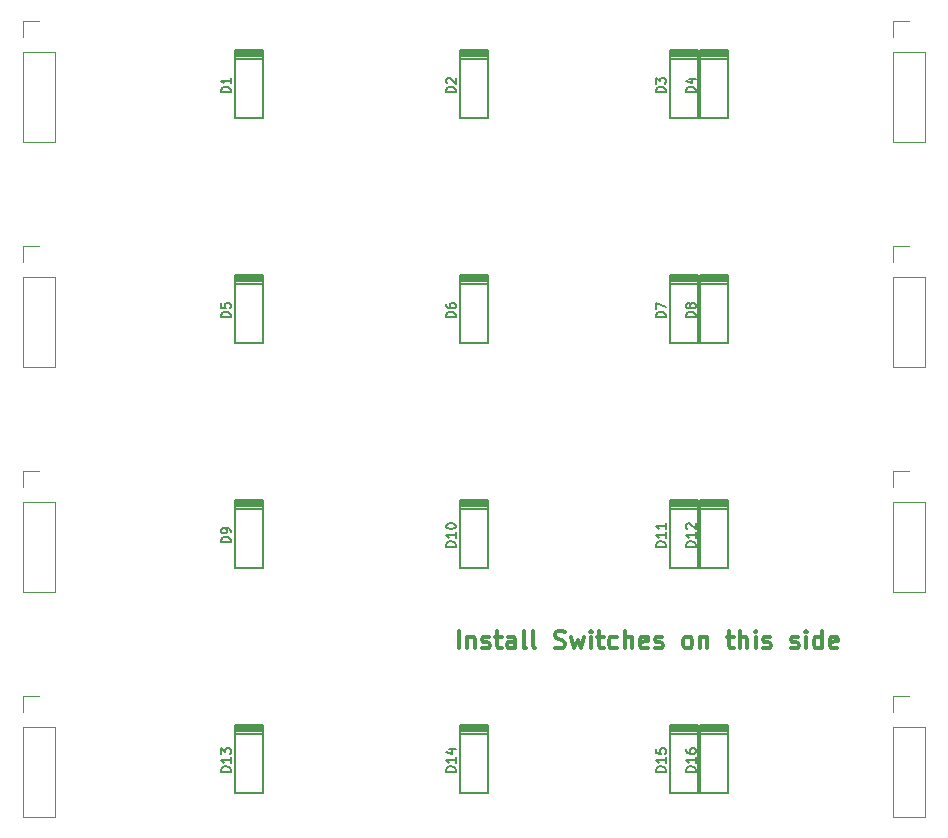
<source format=gbr>
G04 #@! TF.GenerationSoftware,KiCad,Pcbnew,(5.0.0)*
G04 #@! TF.CreationDate,2020-05-30T16:14:38-06:00*
G04 #@! TF.ProjectId,4x4_backpack,3478345F6261636B7061636B2E6B6963,rev?*
G04 #@! TF.SameCoordinates,Original*
G04 #@! TF.FileFunction,Legend,Top*
G04 #@! TF.FilePolarity,Positive*
%FSLAX46Y46*%
G04 Gerber Fmt 4.6, Leading zero omitted, Abs format (unit mm)*
G04 Created by KiCad (PCBNEW (5.0.0)) date 05/30/20 16:14:38*
%MOMM*%
%LPD*%
G01*
G04 APERTURE LIST*
%ADD10C,0.300000*%
%ADD11C,0.200000*%
%ADD12C,0.120000*%
%ADD13C,0.150000*%
G04 APERTURE END LIST*
D10*
X112996285Y-134028571D02*
X112996285Y-132528571D01*
X113710571Y-133028571D02*
X113710571Y-134028571D01*
X113710571Y-133171428D02*
X113782000Y-133100000D01*
X113924857Y-133028571D01*
X114139142Y-133028571D01*
X114282000Y-133100000D01*
X114353428Y-133242857D01*
X114353428Y-134028571D01*
X114996285Y-133957142D02*
X115139142Y-134028571D01*
X115424857Y-134028571D01*
X115567714Y-133957142D01*
X115639142Y-133814285D01*
X115639142Y-133742857D01*
X115567714Y-133600000D01*
X115424857Y-133528571D01*
X115210571Y-133528571D01*
X115067714Y-133457142D01*
X114996285Y-133314285D01*
X114996285Y-133242857D01*
X115067714Y-133100000D01*
X115210571Y-133028571D01*
X115424857Y-133028571D01*
X115567714Y-133100000D01*
X116067714Y-133028571D02*
X116639142Y-133028571D01*
X116282000Y-132528571D02*
X116282000Y-133814285D01*
X116353428Y-133957142D01*
X116496285Y-134028571D01*
X116639142Y-134028571D01*
X117782000Y-134028571D02*
X117782000Y-133242857D01*
X117710571Y-133100000D01*
X117567714Y-133028571D01*
X117282000Y-133028571D01*
X117139142Y-133100000D01*
X117782000Y-133957142D02*
X117639142Y-134028571D01*
X117282000Y-134028571D01*
X117139142Y-133957142D01*
X117067714Y-133814285D01*
X117067714Y-133671428D01*
X117139142Y-133528571D01*
X117282000Y-133457142D01*
X117639142Y-133457142D01*
X117782000Y-133385714D01*
X118710571Y-134028571D02*
X118567714Y-133957142D01*
X118496285Y-133814285D01*
X118496285Y-132528571D01*
X119496285Y-134028571D02*
X119353428Y-133957142D01*
X119282000Y-133814285D01*
X119282000Y-132528571D01*
X121139142Y-133957142D02*
X121353428Y-134028571D01*
X121710571Y-134028571D01*
X121853428Y-133957142D01*
X121924857Y-133885714D01*
X121996285Y-133742857D01*
X121996285Y-133600000D01*
X121924857Y-133457142D01*
X121853428Y-133385714D01*
X121710571Y-133314285D01*
X121424857Y-133242857D01*
X121282000Y-133171428D01*
X121210571Y-133100000D01*
X121139142Y-132957142D01*
X121139142Y-132814285D01*
X121210571Y-132671428D01*
X121282000Y-132600000D01*
X121424857Y-132528571D01*
X121782000Y-132528571D01*
X121996285Y-132600000D01*
X122496285Y-133028571D02*
X122782000Y-134028571D01*
X123067714Y-133314285D01*
X123353428Y-134028571D01*
X123639142Y-133028571D01*
X124210571Y-134028571D02*
X124210571Y-133028571D01*
X124210571Y-132528571D02*
X124139142Y-132600000D01*
X124210571Y-132671428D01*
X124282000Y-132600000D01*
X124210571Y-132528571D01*
X124210571Y-132671428D01*
X124710571Y-133028571D02*
X125282000Y-133028571D01*
X124924857Y-132528571D02*
X124924857Y-133814285D01*
X124996285Y-133957142D01*
X125139142Y-134028571D01*
X125282000Y-134028571D01*
X126424857Y-133957142D02*
X126281999Y-134028571D01*
X125996285Y-134028571D01*
X125853428Y-133957142D01*
X125781999Y-133885714D01*
X125710571Y-133742857D01*
X125710571Y-133314285D01*
X125781999Y-133171428D01*
X125853428Y-133100000D01*
X125996285Y-133028571D01*
X126281999Y-133028571D01*
X126424857Y-133100000D01*
X127067714Y-134028571D02*
X127067714Y-132528571D01*
X127710571Y-134028571D02*
X127710571Y-133242857D01*
X127639142Y-133100000D01*
X127496285Y-133028571D01*
X127281999Y-133028571D01*
X127139142Y-133100000D01*
X127067714Y-133171428D01*
X128996285Y-133957142D02*
X128853428Y-134028571D01*
X128567714Y-134028571D01*
X128424857Y-133957142D01*
X128353428Y-133814285D01*
X128353428Y-133242857D01*
X128424857Y-133100000D01*
X128567714Y-133028571D01*
X128853428Y-133028571D01*
X128996285Y-133100000D01*
X129067714Y-133242857D01*
X129067714Y-133385714D01*
X128353428Y-133528571D01*
X129639142Y-133957142D02*
X129781999Y-134028571D01*
X130067714Y-134028571D01*
X130210571Y-133957142D01*
X130281999Y-133814285D01*
X130281999Y-133742857D01*
X130210571Y-133600000D01*
X130067714Y-133528571D01*
X129853428Y-133528571D01*
X129710571Y-133457142D01*
X129639142Y-133314285D01*
X129639142Y-133242857D01*
X129710571Y-133100000D01*
X129853428Y-133028571D01*
X130067714Y-133028571D01*
X130210571Y-133100000D01*
X132281999Y-134028571D02*
X132139142Y-133957142D01*
X132067714Y-133885714D01*
X131996285Y-133742857D01*
X131996285Y-133314285D01*
X132067714Y-133171428D01*
X132139142Y-133100000D01*
X132281999Y-133028571D01*
X132496285Y-133028571D01*
X132639142Y-133100000D01*
X132710571Y-133171428D01*
X132781999Y-133314285D01*
X132781999Y-133742857D01*
X132710571Y-133885714D01*
X132639142Y-133957142D01*
X132496285Y-134028571D01*
X132281999Y-134028571D01*
X133424857Y-133028571D02*
X133424857Y-134028571D01*
X133424857Y-133171428D02*
X133496285Y-133100000D01*
X133639142Y-133028571D01*
X133853428Y-133028571D01*
X133996285Y-133100000D01*
X134067714Y-133242857D01*
X134067714Y-134028571D01*
X135710571Y-133028571D02*
X136282000Y-133028571D01*
X135924857Y-132528571D02*
X135924857Y-133814285D01*
X135996285Y-133957142D01*
X136139142Y-134028571D01*
X136282000Y-134028571D01*
X136782000Y-134028571D02*
X136782000Y-132528571D01*
X137424857Y-134028571D02*
X137424857Y-133242857D01*
X137353428Y-133100000D01*
X137210571Y-133028571D01*
X136996285Y-133028571D01*
X136853428Y-133100000D01*
X136782000Y-133171428D01*
X138139142Y-134028571D02*
X138139142Y-133028571D01*
X138139142Y-132528571D02*
X138067714Y-132600000D01*
X138139142Y-132671428D01*
X138210571Y-132600000D01*
X138139142Y-132528571D01*
X138139142Y-132671428D01*
X138782000Y-133957142D02*
X138924857Y-134028571D01*
X139210571Y-134028571D01*
X139353428Y-133957142D01*
X139424857Y-133814285D01*
X139424857Y-133742857D01*
X139353428Y-133600000D01*
X139210571Y-133528571D01*
X138996285Y-133528571D01*
X138853428Y-133457142D01*
X138782000Y-133314285D01*
X138782000Y-133242857D01*
X138853428Y-133100000D01*
X138996285Y-133028571D01*
X139210571Y-133028571D01*
X139353428Y-133100000D01*
X141139142Y-133957142D02*
X141282000Y-134028571D01*
X141567714Y-134028571D01*
X141710571Y-133957142D01*
X141782000Y-133814285D01*
X141782000Y-133742857D01*
X141710571Y-133600000D01*
X141567714Y-133528571D01*
X141353428Y-133528571D01*
X141210571Y-133457142D01*
X141139142Y-133314285D01*
X141139142Y-133242857D01*
X141210571Y-133100000D01*
X141353428Y-133028571D01*
X141567714Y-133028571D01*
X141710571Y-133100000D01*
X142424857Y-134028571D02*
X142424857Y-133028571D01*
X142424857Y-132528571D02*
X142353428Y-132600000D01*
X142424857Y-132671428D01*
X142496285Y-132600000D01*
X142424857Y-132528571D01*
X142424857Y-132671428D01*
X143782000Y-134028571D02*
X143782000Y-132528571D01*
X143782000Y-133957142D02*
X143639142Y-134028571D01*
X143353428Y-134028571D01*
X143210571Y-133957142D01*
X143139142Y-133885714D01*
X143067714Y-133742857D01*
X143067714Y-133314285D01*
X143139142Y-133171428D01*
X143210571Y-133100000D01*
X143353428Y-133028571D01*
X143639142Y-133028571D01*
X143782000Y-133100000D01*
X145067714Y-133957142D02*
X144924857Y-134028571D01*
X144639142Y-134028571D01*
X144496285Y-133957142D01*
X144424857Y-133814285D01*
X144424857Y-133242857D01*
X144496285Y-133100000D01*
X144639142Y-133028571D01*
X144924857Y-133028571D01*
X145067714Y-133100000D01*
X145139142Y-133242857D01*
X145139142Y-133385714D01*
X144424857Y-133528571D01*
D11*
G04 #@! TO.C,D16*
X133420000Y-146310000D02*
X133420000Y-140510000D01*
X135820000Y-146310000D02*
X133420000Y-146310000D01*
X135820000Y-140510000D02*
X135820000Y-146310000D01*
X135820000Y-140585000D02*
X133420000Y-140585000D01*
X135820000Y-140710000D02*
X133420000Y-140710000D01*
X133420000Y-140485000D02*
X135820000Y-140485000D01*
X135820000Y-140885000D02*
X133420000Y-140885000D01*
X135820000Y-141060000D02*
X133420000Y-141060000D01*
X135820000Y-141235000D02*
X133420000Y-141235000D01*
G04 #@! TO.C,D2*
X113100000Y-89160000D02*
X113100000Y-83360000D01*
X115500000Y-89160000D02*
X113100000Y-89160000D01*
X115500000Y-83360000D02*
X115500000Y-89160000D01*
X115500000Y-83435000D02*
X113100000Y-83435000D01*
X115500000Y-83560000D02*
X113100000Y-83560000D01*
X113100000Y-83335000D02*
X115500000Y-83335000D01*
X115500000Y-83735000D02*
X113100000Y-83735000D01*
X115500000Y-83910000D02*
X113100000Y-83910000D01*
X115500000Y-84085000D02*
X113100000Y-84085000D01*
D12*
G04 #@! TO.C,J1*
X76140000Y-91182500D02*
X78800000Y-91182500D01*
X76140000Y-83502500D02*
X76140000Y-91182500D01*
X78800000Y-83502500D02*
X78800000Y-91182500D01*
X76140000Y-83502500D02*
X78800000Y-83502500D01*
X76140000Y-82232500D02*
X76140000Y-80902500D01*
X76140000Y-80902500D02*
X77470000Y-80902500D01*
G04 #@! TO.C,J2*
X76140000Y-99952500D02*
X77470000Y-99952500D01*
X76140000Y-101282500D02*
X76140000Y-99952500D01*
X76140000Y-102552500D02*
X78800000Y-102552500D01*
X78800000Y-102552500D02*
X78800000Y-110232500D01*
X76140000Y-102552500D02*
X76140000Y-110232500D01*
X76140000Y-110232500D02*
X78800000Y-110232500D01*
G04 #@! TO.C,J3*
X76140000Y-129282500D02*
X78800000Y-129282500D01*
X76140000Y-121602500D02*
X76140000Y-129282500D01*
X78800000Y-121602500D02*
X78800000Y-129282500D01*
X76140000Y-121602500D02*
X78800000Y-121602500D01*
X76140000Y-120332500D02*
X76140000Y-119002500D01*
X76140000Y-119002500D02*
X77470000Y-119002500D01*
G04 #@! TO.C,J4*
X76140000Y-138052500D02*
X77470000Y-138052500D01*
X76140000Y-139382500D02*
X76140000Y-138052500D01*
X76140000Y-140652500D02*
X78800000Y-140652500D01*
X78800000Y-140652500D02*
X78800000Y-148332500D01*
X76140000Y-140652500D02*
X76140000Y-148332500D01*
X76140000Y-148332500D02*
X78800000Y-148332500D01*
G04 #@! TO.C,J5*
X149800000Y-91182500D02*
X152460000Y-91182500D01*
X149800000Y-83502500D02*
X149800000Y-91182500D01*
X152460000Y-83502500D02*
X152460000Y-91182500D01*
X149800000Y-83502500D02*
X152460000Y-83502500D01*
X149800000Y-82232500D02*
X149800000Y-80902500D01*
X149800000Y-80902500D02*
X151130000Y-80902500D01*
G04 #@! TO.C,J6*
X149800000Y-99952500D02*
X151130000Y-99952500D01*
X149800000Y-101282500D02*
X149800000Y-99952500D01*
X149800000Y-102552500D02*
X152460000Y-102552500D01*
X152460000Y-102552500D02*
X152460000Y-110232500D01*
X149800000Y-102552500D02*
X149800000Y-110232500D01*
X149800000Y-110232500D02*
X152460000Y-110232500D01*
G04 #@! TO.C,J7*
X149800000Y-129282500D02*
X152460000Y-129282500D01*
X149800000Y-121602500D02*
X149800000Y-129282500D01*
X152460000Y-121602500D02*
X152460000Y-129282500D01*
X149800000Y-121602500D02*
X152460000Y-121602500D01*
X149800000Y-120332500D02*
X149800000Y-119002500D01*
X149800000Y-119002500D02*
X151130000Y-119002500D01*
G04 #@! TO.C,J8*
X149800000Y-138052500D02*
X151130000Y-138052500D01*
X149800000Y-139382500D02*
X149800000Y-138052500D01*
X149800000Y-140652500D02*
X152460000Y-140652500D01*
X152460000Y-140652500D02*
X152460000Y-148332500D01*
X149800000Y-140652500D02*
X149800000Y-148332500D01*
X149800000Y-148332500D02*
X152460000Y-148332500D01*
D11*
G04 #@! TO.C,D1*
X94050000Y-89160000D02*
X94050000Y-83360000D01*
X96450000Y-89160000D02*
X94050000Y-89160000D01*
X96450000Y-83360000D02*
X96450000Y-89160000D01*
X96450000Y-83435000D02*
X94050000Y-83435000D01*
X96450000Y-83560000D02*
X94050000Y-83560000D01*
X94050000Y-83335000D02*
X96450000Y-83335000D01*
X96450000Y-83735000D02*
X94050000Y-83735000D01*
X96450000Y-83910000D02*
X94050000Y-83910000D01*
X96450000Y-84085000D02*
X94050000Y-84085000D01*
G04 #@! TO.C,D3*
X133280000Y-84085000D02*
X130880000Y-84085000D01*
X133280000Y-83910000D02*
X130880000Y-83910000D01*
X133280000Y-83735000D02*
X130880000Y-83735000D01*
X130880000Y-83335000D02*
X133280000Y-83335000D01*
X133280000Y-83560000D02*
X130880000Y-83560000D01*
X133280000Y-83435000D02*
X130880000Y-83435000D01*
X133280000Y-83360000D02*
X133280000Y-89160000D01*
X133280000Y-89160000D02*
X130880000Y-89160000D01*
X130880000Y-89160000D02*
X130880000Y-83360000D01*
G04 #@! TO.C,D4*
X135820000Y-84085000D02*
X133420000Y-84085000D01*
X135820000Y-83910000D02*
X133420000Y-83910000D01*
X135820000Y-83735000D02*
X133420000Y-83735000D01*
X133420000Y-83335000D02*
X135820000Y-83335000D01*
X135820000Y-83560000D02*
X133420000Y-83560000D01*
X135820000Y-83435000D02*
X133420000Y-83435000D01*
X135820000Y-83360000D02*
X135820000Y-89160000D01*
X135820000Y-89160000D02*
X133420000Y-89160000D01*
X133420000Y-89160000D02*
X133420000Y-83360000D01*
G04 #@! TO.C,D5*
X94050000Y-108210000D02*
X94050000Y-102410000D01*
X96450000Y-108210000D02*
X94050000Y-108210000D01*
X96450000Y-102410000D02*
X96450000Y-108210000D01*
X96450000Y-102485000D02*
X94050000Y-102485000D01*
X96450000Y-102610000D02*
X94050000Y-102610000D01*
X94050000Y-102385000D02*
X96450000Y-102385000D01*
X96450000Y-102785000D02*
X94050000Y-102785000D01*
X96450000Y-102960000D02*
X94050000Y-102960000D01*
X96450000Y-103135000D02*
X94050000Y-103135000D01*
G04 #@! TO.C,D6*
X115500000Y-103135000D02*
X113100000Y-103135000D01*
X115500000Y-102960000D02*
X113100000Y-102960000D01*
X115500000Y-102785000D02*
X113100000Y-102785000D01*
X113100000Y-102385000D02*
X115500000Y-102385000D01*
X115500000Y-102610000D02*
X113100000Y-102610000D01*
X115500000Y-102485000D02*
X113100000Y-102485000D01*
X115500000Y-102410000D02*
X115500000Y-108210000D01*
X115500000Y-108210000D02*
X113100000Y-108210000D01*
X113100000Y-108210000D02*
X113100000Y-102410000D01*
G04 #@! TO.C,D7*
X130880000Y-108210000D02*
X130880000Y-102410000D01*
X133280000Y-108210000D02*
X130880000Y-108210000D01*
X133280000Y-102410000D02*
X133280000Y-108210000D01*
X133280000Y-102485000D02*
X130880000Y-102485000D01*
X133280000Y-102610000D02*
X130880000Y-102610000D01*
X130880000Y-102385000D02*
X133280000Y-102385000D01*
X133280000Y-102785000D02*
X130880000Y-102785000D01*
X133280000Y-102960000D02*
X130880000Y-102960000D01*
X133280000Y-103135000D02*
X130880000Y-103135000D01*
G04 #@! TO.C,D8*
X135820000Y-103135000D02*
X133420000Y-103135000D01*
X135820000Y-102960000D02*
X133420000Y-102960000D01*
X135820000Y-102785000D02*
X133420000Y-102785000D01*
X133420000Y-102385000D02*
X135820000Y-102385000D01*
X135820000Y-102610000D02*
X133420000Y-102610000D01*
X135820000Y-102485000D02*
X133420000Y-102485000D01*
X135820000Y-102410000D02*
X135820000Y-108210000D01*
X135820000Y-108210000D02*
X133420000Y-108210000D01*
X133420000Y-108210000D02*
X133420000Y-102410000D01*
G04 #@! TO.C,D9*
X96450000Y-122185000D02*
X94050000Y-122185000D01*
X96450000Y-122010000D02*
X94050000Y-122010000D01*
X96450000Y-121835000D02*
X94050000Y-121835000D01*
X94050000Y-121435000D02*
X96450000Y-121435000D01*
X96450000Y-121660000D02*
X94050000Y-121660000D01*
X96450000Y-121535000D02*
X94050000Y-121535000D01*
X96450000Y-121460000D02*
X96450000Y-127260000D01*
X96450000Y-127260000D02*
X94050000Y-127260000D01*
X94050000Y-127260000D02*
X94050000Y-121460000D01*
G04 #@! TO.C,D10*
X113100000Y-127260000D02*
X113100000Y-121460000D01*
X115500000Y-127260000D02*
X113100000Y-127260000D01*
X115500000Y-121460000D02*
X115500000Y-127260000D01*
X115500000Y-121535000D02*
X113100000Y-121535000D01*
X115500000Y-121660000D02*
X113100000Y-121660000D01*
X113100000Y-121435000D02*
X115500000Y-121435000D01*
X115500000Y-121835000D02*
X113100000Y-121835000D01*
X115500000Y-122010000D02*
X113100000Y-122010000D01*
X115500000Y-122185000D02*
X113100000Y-122185000D01*
G04 #@! TO.C,D11*
X133280000Y-122185000D02*
X130880000Y-122185000D01*
X133280000Y-122010000D02*
X130880000Y-122010000D01*
X133280000Y-121835000D02*
X130880000Y-121835000D01*
X130880000Y-121435000D02*
X133280000Y-121435000D01*
X133280000Y-121660000D02*
X130880000Y-121660000D01*
X133280000Y-121535000D02*
X130880000Y-121535000D01*
X133280000Y-121460000D02*
X133280000Y-127260000D01*
X133280000Y-127260000D02*
X130880000Y-127260000D01*
X130880000Y-127260000D02*
X130880000Y-121460000D01*
G04 #@! TO.C,D12*
X133420000Y-127260000D02*
X133420000Y-121460000D01*
X135820000Y-127260000D02*
X133420000Y-127260000D01*
X135820000Y-121460000D02*
X135820000Y-127260000D01*
X135820000Y-121535000D02*
X133420000Y-121535000D01*
X135820000Y-121660000D02*
X133420000Y-121660000D01*
X133420000Y-121435000D02*
X135820000Y-121435000D01*
X135820000Y-121835000D02*
X133420000Y-121835000D01*
X135820000Y-122010000D02*
X133420000Y-122010000D01*
X135820000Y-122185000D02*
X133420000Y-122185000D01*
G04 #@! TO.C,D13*
X94050000Y-146310000D02*
X94050000Y-140510000D01*
X96450000Y-146310000D02*
X94050000Y-146310000D01*
X96450000Y-140510000D02*
X96450000Y-146310000D01*
X96450000Y-140585000D02*
X94050000Y-140585000D01*
X96450000Y-140710000D02*
X94050000Y-140710000D01*
X94050000Y-140485000D02*
X96450000Y-140485000D01*
X96450000Y-140885000D02*
X94050000Y-140885000D01*
X96450000Y-141060000D02*
X94050000Y-141060000D01*
X96450000Y-141235000D02*
X94050000Y-141235000D01*
G04 #@! TO.C,D14*
X115500000Y-141235000D02*
X113100000Y-141235000D01*
X115500000Y-141060000D02*
X113100000Y-141060000D01*
X115500000Y-140885000D02*
X113100000Y-140885000D01*
X113100000Y-140485000D02*
X115500000Y-140485000D01*
X115500000Y-140710000D02*
X113100000Y-140710000D01*
X115500000Y-140585000D02*
X113100000Y-140585000D01*
X115500000Y-140510000D02*
X115500000Y-146310000D01*
X115500000Y-146310000D02*
X113100000Y-146310000D01*
X113100000Y-146310000D02*
X113100000Y-140510000D01*
G04 #@! TO.C,D15*
X133280000Y-141235000D02*
X130880000Y-141235000D01*
X133280000Y-141060000D02*
X130880000Y-141060000D01*
X133280000Y-140885000D02*
X130880000Y-140885000D01*
X130880000Y-140485000D02*
X133280000Y-140485000D01*
X133280000Y-140710000D02*
X130880000Y-140710000D01*
X133280000Y-140585000D02*
X130880000Y-140585000D01*
X133280000Y-140510000D02*
X133280000Y-146310000D01*
X133280000Y-146310000D02*
X130880000Y-146310000D01*
X130880000Y-146310000D02*
X130880000Y-140510000D01*
G04 #@! TO.C,D16*
D13*
X133056904Y-144481428D02*
X132256904Y-144481428D01*
X132256904Y-144290952D01*
X132295000Y-144176666D01*
X132371190Y-144100476D01*
X132447380Y-144062380D01*
X132599761Y-144024285D01*
X132714047Y-144024285D01*
X132866428Y-144062380D01*
X132942619Y-144100476D01*
X133018809Y-144176666D01*
X133056904Y-144290952D01*
X133056904Y-144481428D01*
X133056904Y-143262380D02*
X133056904Y-143719523D01*
X133056904Y-143490952D02*
X132256904Y-143490952D01*
X132371190Y-143567142D01*
X132447380Y-143643333D01*
X132485476Y-143719523D01*
X132256904Y-142576666D02*
X132256904Y-142729047D01*
X132295000Y-142805238D01*
X132333095Y-142843333D01*
X132447380Y-142919523D01*
X132599761Y-142957619D01*
X132904523Y-142957619D01*
X132980714Y-142919523D01*
X133018809Y-142881428D01*
X133056904Y-142805238D01*
X133056904Y-142652857D01*
X133018809Y-142576666D01*
X132980714Y-142538571D01*
X132904523Y-142500476D01*
X132714047Y-142500476D01*
X132637857Y-142538571D01*
X132599761Y-142576666D01*
X132561666Y-142652857D01*
X132561666Y-142805238D01*
X132599761Y-142881428D01*
X132637857Y-142919523D01*
X132714047Y-142957619D01*
G04 #@! TO.C,D2*
X112736904Y-86950476D02*
X111936904Y-86950476D01*
X111936904Y-86760000D01*
X111975000Y-86645714D01*
X112051190Y-86569523D01*
X112127380Y-86531428D01*
X112279761Y-86493333D01*
X112394047Y-86493333D01*
X112546428Y-86531428D01*
X112622619Y-86569523D01*
X112698809Y-86645714D01*
X112736904Y-86760000D01*
X112736904Y-86950476D01*
X112013095Y-86188571D02*
X111975000Y-86150476D01*
X111936904Y-86074285D01*
X111936904Y-85883809D01*
X111975000Y-85807619D01*
X112013095Y-85769523D01*
X112089285Y-85731428D01*
X112165476Y-85731428D01*
X112279761Y-85769523D01*
X112736904Y-86226666D01*
X112736904Y-85731428D01*
G04 #@! TO.C,D1*
X93686904Y-86950476D02*
X92886904Y-86950476D01*
X92886904Y-86760000D01*
X92925000Y-86645714D01*
X93001190Y-86569523D01*
X93077380Y-86531428D01*
X93229761Y-86493333D01*
X93344047Y-86493333D01*
X93496428Y-86531428D01*
X93572619Y-86569523D01*
X93648809Y-86645714D01*
X93686904Y-86760000D01*
X93686904Y-86950476D01*
X93686904Y-85731428D02*
X93686904Y-86188571D01*
X93686904Y-85960000D02*
X92886904Y-85960000D01*
X93001190Y-86036190D01*
X93077380Y-86112380D01*
X93115476Y-86188571D01*
G04 #@! TO.C,D3*
X130516904Y-86950476D02*
X129716904Y-86950476D01*
X129716904Y-86760000D01*
X129755000Y-86645714D01*
X129831190Y-86569523D01*
X129907380Y-86531428D01*
X130059761Y-86493333D01*
X130174047Y-86493333D01*
X130326428Y-86531428D01*
X130402619Y-86569523D01*
X130478809Y-86645714D01*
X130516904Y-86760000D01*
X130516904Y-86950476D01*
X129716904Y-86226666D02*
X129716904Y-85731428D01*
X130021666Y-85998095D01*
X130021666Y-85883809D01*
X130059761Y-85807619D01*
X130097857Y-85769523D01*
X130174047Y-85731428D01*
X130364523Y-85731428D01*
X130440714Y-85769523D01*
X130478809Y-85807619D01*
X130516904Y-85883809D01*
X130516904Y-86112380D01*
X130478809Y-86188571D01*
X130440714Y-86226666D01*
G04 #@! TO.C,D4*
X133056904Y-86950476D02*
X132256904Y-86950476D01*
X132256904Y-86760000D01*
X132295000Y-86645714D01*
X132371190Y-86569523D01*
X132447380Y-86531428D01*
X132599761Y-86493333D01*
X132714047Y-86493333D01*
X132866428Y-86531428D01*
X132942619Y-86569523D01*
X133018809Y-86645714D01*
X133056904Y-86760000D01*
X133056904Y-86950476D01*
X132523571Y-85807619D02*
X133056904Y-85807619D01*
X132218809Y-85998095D02*
X132790238Y-86188571D01*
X132790238Y-85693333D01*
G04 #@! TO.C,D5*
X93686904Y-106000476D02*
X92886904Y-106000476D01*
X92886904Y-105810000D01*
X92925000Y-105695714D01*
X93001190Y-105619523D01*
X93077380Y-105581428D01*
X93229761Y-105543333D01*
X93344047Y-105543333D01*
X93496428Y-105581428D01*
X93572619Y-105619523D01*
X93648809Y-105695714D01*
X93686904Y-105810000D01*
X93686904Y-106000476D01*
X92886904Y-104819523D02*
X92886904Y-105200476D01*
X93267857Y-105238571D01*
X93229761Y-105200476D01*
X93191666Y-105124285D01*
X93191666Y-104933809D01*
X93229761Y-104857619D01*
X93267857Y-104819523D01*
X93344047Y-104781428D01*
X93534523Y-104781428D01*
X93610714Y-104819523D01*
X93648809Y-104857619D01*
X93686904Y-104933809D01*
X93686904Y-105124285D01*
X93648809Y-105200476D01*
X93610714Y-105238571D01*
G04 #@! TO.C,D6*
X112736904Y-106000476D02*
X111936904Y-106000476D01*
X111936904Y-105810000D01*
X111975000Y-105695714D01*
X112051190Y-105619523D01*
X112127380Y-105581428D01*
X112279761Y-105543333D01*
X112394047Y-105543333D01*
X112546428Y-105581428D01*
X112622619Y-105619523D01*
X112698809Y-105695714D01*
X112736904Y-105810000D01*
X112736904Y-106000476D01*
X111936904Y-104857619D02*
X111936904Y-105010000D01*
X111975000Y-105086190D01*
X112013095Y-105124285D01*
X112127380Y-105200476D01*
X112279761Y-105238571D01*
X112584523Y-105238571D01*
X112660714Y-105200476D01*
X112698809Y-105162380D01*
X112736904Y-105086190D01*
X112736904Y-104933809D01*
X112698809Y-104857619D01*
X112660714Y-104819523D01*
X112584523Y-104781428D01*
X112394047Y-104781428D01*
X112317857Y-104819523D01*
X112279761Y-104857619D01*
X112241666Y-104933809D01*
X112241666Y-105086190D01*
X112279761Y-105162380D01*
X112317857Y-105200476D01*
X112394047Y-105238571D01*
G04 #@! TO.C,D7*
X130516904Y-106000476D02*
X129716904Y-106000476D01*
X129716904Y-105810000D01*
X129755000Y-105695714D01*
X129831190Y-105619523D01*
X129907380Y-105581428D01*
X130059761Y-105543333D01*
X130174047Y-105543333D01*
X130326428Y-105581428D01*
X130402619Y-105619523D01*
X130478809Y-105695714D01*
X130516904Y-105810000D01*
X130516904Y-106000476D01*
X129716904Y-105276666D02*
X129716904Y-104743333D01*
X130516904Y-105086190D01*
G04 #@! TO.C,D8*
X133056904Y-106000476D02*
X132256904Y-106000476D01*
X132256904Y-105810000D01*
X132295000Y-105695714D01*
X132371190Y-105619523D01*
X132447380Y-105581428D01*
X132599761Y-105543333D01*
X132714047Y-105543333D01*
X132866428Y-105581428D01*
X132942619Y-105619523D01*
X133018809Y-105695714D01*
X133056904Y-105810000D01*
X133056904Y-106000476D01*
X132599761Y-105086190D02*
X132561666Y-105162380D01*
X132523571Y-105200476D01*
X132447380Y-105238571D01*
X132409285Y-105238571D01*
X132333095Y-105200476D01*
X132295000Y-105162380D01*
X132256904Y-105086190D01*
X132256904Y-104933809D01*
X132295000Y-104857619D01*
X132333095Y-104819523D01*
X132409285Y-104781428D01*
X132447380Y-104781428D01*
X132523571Y-104819523D01*
X132561666Y-104857619D01*
X132599761Y-104933809D01*
X132599761Y-105086190D01*
X132637857Y-105162380D01*
X132675952Y-105200476D01*
X132752142Y-105238571D01*
X132904523Y-105238571D01*
X132980714Y-105200476D01*
X133018809Y-105162380D01*
X133056904Y-105086190D01*
X133056904Y-104933809D01*
X133018809Y-104857619D01*
X132980714Y-104819523D01*
X132904523Y-104781428D01*
X132752142Y-104781428D01*
X132675952Y-104819523D01*
X132637857Y-104857619D01*
X132599761Y-104933809D01*
G04 #@! TO.C,D9*
X93686904Y-125050476D02*
X92886904Y-125050476D01*
X92886904Y-124860000D01*
X92925000Y-124745714D01*
X93001190Y-124669523D01*
X93077380Y-124631428D01*
X93229761Y-124593333D01*
X93344047Y-124593333D01*
X93496428Y-124631428D01*
X93572619Y-124669523D01*
X93648809Y-124745714D01*
X93686904Y-124860000D01*
X93686904Y-125050476D01*
X93686904Y-124212380D02*
X93686904Y-124060000D01*
X93648809Y-123983809D01*
X93610714Y-123945714D01*
X93496428Y-123869523D01*
X93344047Y-123831428D01*
X93039285Y-123831428D01*
X92963095Y-123869523D01*
X92925000Y-123907619D01*
X92886904Y-123983809D01*
X92886904Y-124136190D01*
X92925000Y-124212380D01*
X92963095Y-124250476D01*
X93039285Y-124288571D01*
X93229761Y-124288571D01*
X93305952Y-124250476D01*
X93344047Y-124212380D01*
X93382142Y-124136190D01*
X93382142Y-123983809D01*
X93344047Y-123907619D01*
X93305952Y-123869523D01*
X93229761Y-123831428D01*
G04 #@! TO.C,D10*
X112736904Y-125431428D02*
X111936904Y-125431428D01*
X111936904Y-125240952D01*
X111975000Y-125126666D01*
X112051190Y-125050476D01*
X112127380Y-125012380D01*
X112279761Y-124974285D01*
X112394047Y-124974285D01*
X112546428Y-125012380D01*
X112622619Y-125050476D01*
X112698809Y-125126666D01*
X112736904Y-125240952D01*
X112736904Y-125431428D01*
X112736904Y-124212380D02*
X112736904Y-124669523D01*
X112736904Y-124440952D02*
X111936904Y-124440952D01*
X112051190Y-124517142D01*
X112127380Y-124593333D01*
X112165476Y-124669523D01*
X111936904Y-123717142D02*
X111936904Y-123640952D01*
X111975000Y-123564761D01*
X112013095Y-123526666D01*
X112089285Y-123488571D01*
X112241666Y-123450476D01*
X112432142Y-123450476D01*
X112584523Y-123488571D01*
X112660714Y-123526666D01*
X112698809Y-123564761D01*
X112736904Y-123640952D01*
X112736904Y-123717142D01*
X112698809Y-123793333D01*
X112660714Y-123831428D01*
X112584523Y-123869523D01*
X112432142Y-123907619D01*
X112241666Y-123907619D01*
X112089285Y-123869523D01*
X112013095Y-123831428D01*
X111975000Y-123793333D01*
X111936904Y-123717142D01*
G04 #@! TO.C,D11*
X130516904Y-125431428D02*
X129716904Y-125431428D01*
X129716904Y-125240952D01*
X129755000Y-125126666D01*
X129831190Y-125050476D01*
X129907380Y-125012380D01*
X130059761Y-124974285D01*
X130174047Y-124974285D01*
X130326428Y-125012380D01*
X130402619Y-125050476D01*
X130478809Y-125126666D01*
X130516904Y-125240952D01*
X130516904Y-125431428D01*
X130516904Y-124212380D02*
X130516904Y-124669523D01*
X130516904Y-124440952D02*
X129716904Y-124440952D01*
X129831190Y-124517142D01*
X129907380Y-124593333D01*
X129945476Y-124669523D01*
X130516904Y-123450476D02*
X130516904Y-123907619D01*
X130516904Y-123679047D02*
X129716904Y-123679047D01*
X129831190Y-123755238D01*
X129907380Y-123831428D01*
X129945476Y-123907619D01*
G04 #@! TO.C,D12*
X133056904Y-125431428D02*
X132256904Y-125431428D01*
X132256904Y-125240952D01*
X132295000Y-125126666D01*
X132371190Y-125050476D01*
X132447380Y-125012380D01*
X132599761Y-124974285D01*
X132714047Y-124974285D01*
X132866428Y-125012380D01*
X132942619Y-125050476D01*
X133018809Y-125126666D01*
X133056904Y-125240952D01*
X133056904Y-125431428D01*
X133056904Y-124212380D02*
X133056904Y-124669523D01*
X133056904Y-124440952D02*
X132256904Y-124440952D01*
X132371190Y-124517142D01*
X132447380Y-124593333D01*
X132485476Y-124669523D01*
X132333095Y-123907619D02*
X132295000Y-123869523D01*
X132256904Y-123793333D01*
X132256904Y-123602857D01*
X132295000Y-123526666D01*
X132333095Y-123488571D01*
X132409285Y-123450476D01*
X132485476Y-123450476D01*
X132599761Y-123488571D01*
X133056904Y-123945714D01*
X133056904Y-123450476D01*
G04 #@! TO.C,D13*
X93686904Y-144481428D02*
X92886904Y-144481428D01*
X92886904Y-144290952D01*
X92925000Y-144176666D01*
X93001190Y-144100476D01*
X93077380Y-144062380D01*
X93229761Y-144024285D01*
X93344047Y-144024285D01*
X93496428Y-144062380D01*
X93572619Y-144100476D01*
X93648809Y-144176666D01*
X93686904Y-144290952D01*
X93686904Y-144481428D01*
X93686904Y-143262380D02*
X93686904Y-143719523D01*
X93686904Y-143490952D02*
X92886904Y-143490952D01*
X93001190Y-143567142D01*
X93077380Y-143643333D01*
X93115476Y-143719523D01*
X92886904Y-142995714D02*
X92886904Y-142500476D01*
X93191666Y-142767142D01*
X93191666Y-142652857D01*
X93229761Y-142576666D01*
X93267857Y-142538571D01*
X93344047Y-142500476D01*
X93534523Y-142500476D01*
X93610714Y-142538571D01*
X93648809Y-142576666D01*
X93686904Y-142652857D01*
X93686904Y-142881428D01*
X93648809Y-142957619D01*
X93610714Y-142995714D01*
G04 #@! TO.C,D14*
X112736904Y-144481428D02*
X111936904Y-144481428D01*
X111936904Y-144290952D01*
X111975000Y-144176666D01*
X112051190Y-144100476D01*
X112127380Y-144062380D01*
X112279761Y-144024285D01*
X112394047Y-144024285D01*
X112546428Y-144062380D01*
X112622619Y-144100476D01*
X112698809Y-144176666D01*
X112736904Y-144290952D01*
X112736904Y-144481428D01*
X112736904Y-143262380D02*
X112736904Y-143719523D01*
X112736904Y-143490952D02*
X111936904Y-143490952D01*
X112051190Y-143567142D01*
X112127380Y-143643333D01*
X112165476Y-143719523D01*
X112203571Y-142576666D02*
X112736904Y-142576666D01*
X111898809Y-142767142D02*
X112470238Y-142957619D01*
X112470238Y-142462380D01*
G04 #@! TO.C,D15*
X130516904Y-144481428D02*
X129716904Y-144481428D01*
X129716904Y-144290952D01*
X129755000Y-144176666D01*
X129831190Y-144100476D01*
X129907380Y-144062380D01*
X130059761Y-144024285D01*
X130174047Y-144024285D01*
X130326428Y-144062380D01*
X130402619Y-144100476D01*
X130478809Y-144176666D01*
X130516904Y-144290952D01*
X130516904Y-144481428D01*
X130516904Y-143262380D02*
X130516904Y-143719523D01*
X130516904Y-143490952D02*
X129716904Y-143490952D01*
X129831190Y-143567142D01*
X129907380Y-143643333D01*
X129945476Y-143719523D01*
X129716904Y-142538571D02*
X129716904Y-142919523D01*
X130097857Y-142957619D01*
X130059761Y-142919523D01*
X130021666Y-142843333D01*
X130021666Y-142652857D01*
X130059761Y-142576666D01*
X130097857Y-142538571D01*
X130174047Y-142500476D01*
X130364523Y-142500476D01*
X130440714Y-142538571D01*
X130478809Y-142576666D01*
X130516904Y-142652857D01*
X130516904Y-142843333D01*
X130478809Y-142919523D01*
X130440714Y-142957619D01*
G04 #@! TD*
M02*

</source>
